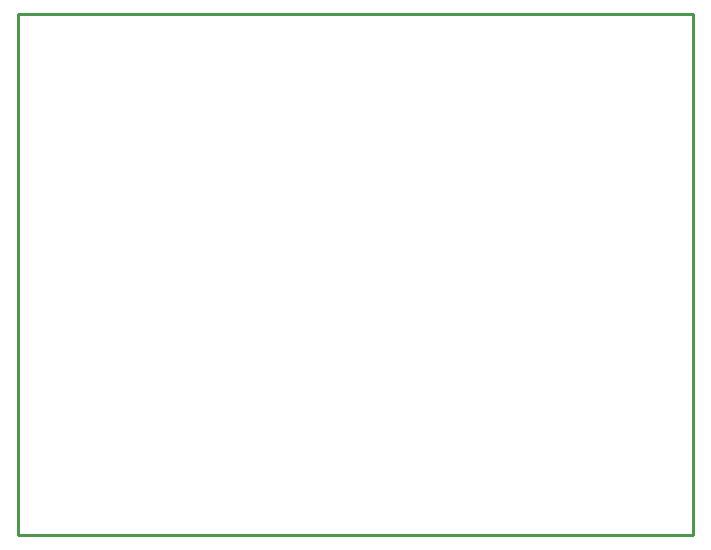
<source format=gbr>
G04 EAGLE Gerber RS-274X export*
G75*
%MOMM*%
%FSLAX34Y34*%
%LPD*%
%IN*%
%IPPOS*%
%AMOC8*
5,1,8,0,0,1.08239X$1,22.5*%
G01*
%ADD10C,0.254000*%


D10*
X0Y0D02*
X571300Y0D01*
X571300Y441200D01*
X0Y441200D01*
X0Y0D01*
M02*

</source>
